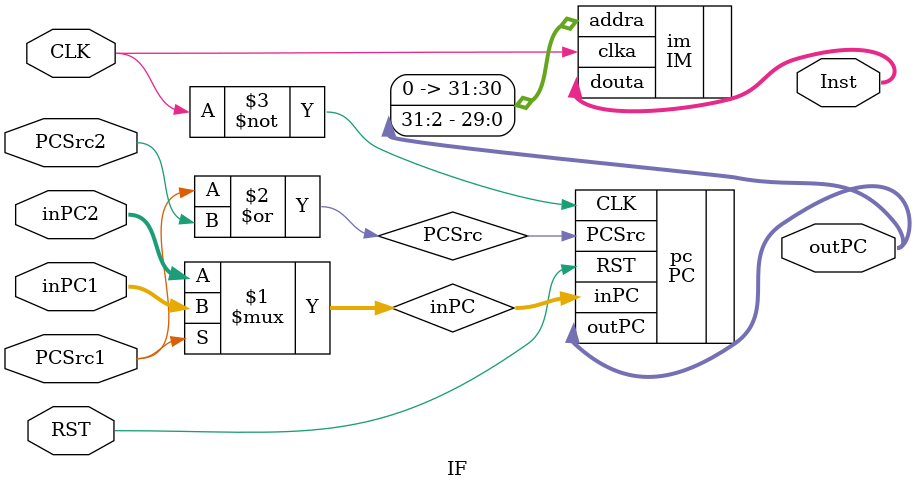
<source format=v>
`timescale 1ns / 1ps

module IF(
    input CLK,
    input RST,
    input PCSrc1,
    input PCSrc2,
    input [31:0]inPC1,
    input [31:0]inPC2,
    output [31:0]outPC,
    output [31:0]Inst
    );
    
    wire [31:0]inPC;
    wire PCSrc;

    assign inPC=PCSrc1?inPC1:inPC2;
    assign PCSrc=PCSrc1|PCSrc2;

    PC pc (
    .CLK(~CLK),
    .RST(RST),
    .PCSrc(PCSrc),
    .inPC(inPC),
    .outPC(outPC)
    );

    IM im (
    .clka(CLK),    // input wire clka
    .addra(outPC>>2),  // input wire [15 : 0] addra
    .douta(Inst)  // output wire [31 : 0] douta
    );

endmodule

</source>
